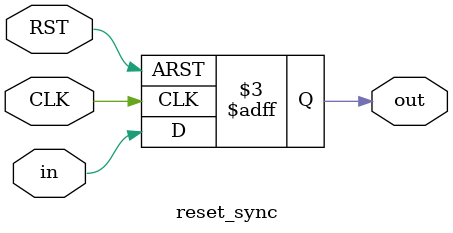
<source format=v>

module reset_sync(
  input CLK,RST,
  input in,
  output reg out
  );
  
  
  always @(posedge CLK or negedge RST)
  begin
    if(!RST)
      begin
        out <= 1'd0;
      end
      
    else
      begin
        out <= in;
      end
      
  end
  
endmodule
</source>
